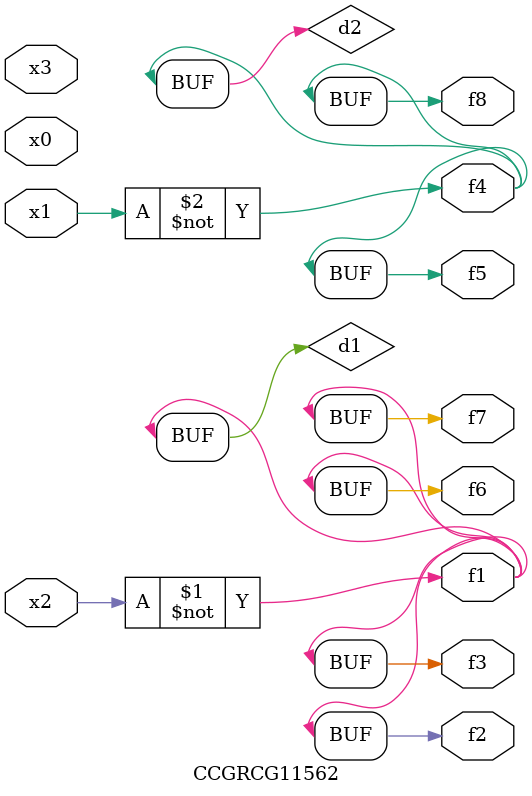
<source format=v>
module CCGRCG11562(
	input x0, x1, x2, x3,
	output f1, f2, f3, f4, f5, f6, f7, f8
);

	wire d1, d2;

	xnor (d1, x2);
	not (d2, x1);
	assign f1 = d1;
	assign f2 = d1;
	assign f3 = d1;
	assign f4 = d2;
	assign f5 = d2;
	assign f6 = d1;
	assign f7 = d1;
	assign f8 = d2;
endmodule

</source>
